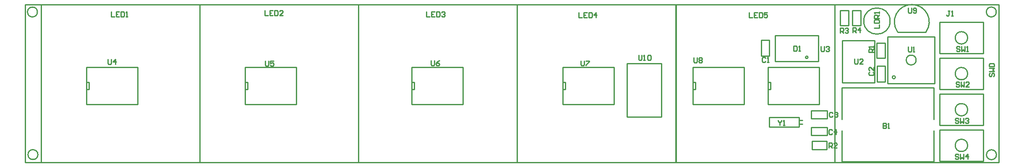
<source format=gto>
G04*
G04 #@! TF.GenerationSoftware,Altium Limited,Altium Designer,19.1.1 (5)*
G04*
G04 Layer_Color=65535*
%FSTAX24Y24*%
%MOIN*%
G70*
G01*
G75*
%ADD10C,0.0100*%
D10*
X091769Y025826D02*
G03*
X091769Y025826I-000492J0D01*
G01*
X08768Y032641D02*
G03*
X08768Y032641I-000394J0D01*
G01*
X086027Y031263D02*
G03*
X086027Y031263I-000118J0D01*
G01*
X079091Y032853D02*
G03*
X079091Y032853I-000097J0D01*
G01*
X085613Y035751D02*
G03*
X085613Y035751I-001046J0D01*
G01*
X088459Y034881D02*
G03*
X086205Y034887I-001125J000806D01*
G01*
X017923Y025089D02*
G03*
X017923Y025089I-000394J0D01*
G01*
X017884Y036476D02*
G03*
X017884Y036476I-000394J0D01*
G01*
X094055Y025079D02*
G03*
X094055Y025079I-000394J0D01*
G01*
X094045Y036476D02*
G03*
X094045Y036476I-000394J0D01*
G01*
X091769Y028676D02*
G03*
X091769Y028676I-000492J0D01*
G01*
Y031555D02*
G03*
X091769Y031555I-000492J0D01*
G01*
Y034412D02*
G03*
X091769Y034412I-000492J0D01*
G01*
X064697Y028089D02*
X067457D01*
X064697D02*
Y032379D01*
X067457D01*
Y028089D02*
Y032379D01*
X059607Y02911D02*
Y03208D01*
X063667D01*
Y02911D02*
Y03208D01*
X059607Y02911D02*
X063667D01*
X059607Y030305D02*
X059797D01*
X059672Y030875D02*
X059797D01*
Y030305D02*
Y030875D01*
X047627Y02911D02*
Y03208D01*
X051687D01*
Y02911D02*
Y03208D01*
X047627Y02911D02*
X051687D01*
X047627Y030305D02*
X047817D01*
X047692Y030875D02*
X047817D01*
Y030305D02*
Y030875D01*
X034377Y02911D02*
Y03208D01*
X038437D01*
Y02911D02*
Y03208D01*
X034377Y02911D02*
X038437D01*
X034377Y030305D02*
X034567D01*
X034442Y030875D02*
X034567D01*
Y030305D02*
Y030875D01*
X021777Y02911D02*
Y03208D01*
X025837D01*
Y02911D02*
Y03208D01*
X021777Y02911D02*
X025837D01*
X021777Y030305D02*
X021967D01*
X021842Y030875D02*
X021967D01*
Y030305D02*
Y030875D01*
X089535Y024576D02*
X093009D01*
Y027076D01*
X089535D02*
X093009D01*
X089535Y024576D02*
Y027076D01*
X085417Y03077D02*
Y034511D01*
X089157D01*
Y03077D02*
Y034511D01*
X085417Y03077D02*
X089157D01*
X069958Y02911D02*
Y03208D01*
X074018D01*
Y02911D02*
Y03208D01*
X069958Y02911D02*
X074018D01*
X069958Y030305D02*
X070148D01*
X070023Y030875D02*
X070148D01*
Y030305D02*
Y030875D01*
X081784Y024527D02*
X089078D01*
X081794Y030443D02*
X089078D01*
Y024527D02*
Y026988D01*
Y027883D02*
Y030443D01*
X081784Y024527D02*
Y026988D01*
X081794Y027903D02*
Y030443D01*
X079917Y032532D02*
Y034592D01*
X076487Y032532D02*
X079917D01*
X076487Y034592D02*
X079917D01*
X076487Y032532D02*
Y034592D01*
X079347Y026621D02*
X080617D01*
X079347D02*
Y027261D01*
X080617Y026621D02*
Y027261D01*
X079347D02*
X080617D01*
X083279Y035413D02*
Y036603D01*
X082619D02*
X083279D01*
X082619Y035413D02*
Y036603D01*
Y035413D02*
X083279D01*
X086206Y03488D02*
X08846D01*
X078371Y027541D02*
X078647D01*
X078371Y027816D02*
X078647D01*
X078351Y027285D02*
X078371D01*
Y028052D01*
X076029Y027285D02*
Y028072D01*
Y027285D02*
X078351D01*
Y028072D02*
X078371Y028052D01*
X076029Y028072D02*
X078351D01*
X068617Y024471D02*
Y03707D01*
Y024471D02*
X081216D01*
Y03707D01*
X068617D02*
X081216D01*
X081807Y034203D02*
X084366D01*
Y030837D02*
Y034203D01*
X081807Y030837D02*
X084366D01*
X081807D02*
Y034203D01*
X075927Y02911D02*
Y03208D01*
X079987D01*
Y02911D02*
Y03208D01*
X075927Y02911D02*
X079987D01*
X075927Y030305D02*
X076117D01*
X075992Y030875D02*
X076117D01*
Y030305D02*
Y030875D01*
X030787Y037065D02*
X043386D01*
Y024467D02*
Y037065D01*
X030787Y024467D02*
X043386D01*
X030787D02*
Y037065D01*
X079347Y028606D02*
X080617D01*
Y027966D02*
Y028606D01*
X079347Y027966D02*
Y028606D01*
Y027966D02*
X080617D01*
X079397Y025515D02*
Y026175D01*
X080587D01*
Y025515D02*
Y026175D01*
X079397Y025515D02*
X080587D01*
X081657Y035413D02*
X082317D01*
X081657D02*
Y036603D01*
X082317D01*
Y035413D02*
Y036603D01*
X089535Y027426D02*
Y029926D01*
X093009D01*
Y027426D02*
Y029926D01*
X089535Y027426D02*
X093009D01*
X089535Y030305D02*
Y032805D01*
X093009D01*
Y030305D02*
Y032805D01*
X089535Y030305D02*
X093009D01*
X055987Y037065D02*
X068586D01*
Y024467D02*
Y037065D01*
X055987Y024467D02*
X068586D01*
X055987D02*
Y037065D01*
X043387D02*
X055986D01*
Y024467D02*
Y037065D01*
X043387Y024467D02*
X055986D01*
X043387D02*
Y037065D01*
X018187D02*
X030786D01*
Y024467D02*
Y037065D01*
X018187Y024467D02*
X030786D01*
X018187D02*
Y037065D01*
X093019Y033162D02*
Y035662D01*
X089544Y033162D02*
X093019D01*
X089544D02*
Y035662D01*
X093019D01*
X076007Y032961D02*
Y034231D01*
X075367Y032961D02*
X076007D01*
X075367Y034231D02*
X076007D01*
X075367Y032961D02*
Y034231D01*
X084566Y030901D02*
Y032171D01*
X085206D01*
X084566Y030901D02*
X085206D01*
Y032171D01*
X084557Y032794D02*
X085217D01*
X084557D02*
Y033984D01*
X085217D01*
Y032794D02*
Y033984D01*
X0169Y024467D02*
Y037065D01*
Y024467D02*
X094262D01*
Y037065D01*
X0169D02*
X094262D01*
X06563Y033031D02*
Y032703D01*
X065695Y032637D01*
X065826D01*
X065892Y032703D01*
Y033031D01*
X066023Y032637D02*
X066154D01*
X066089D01*
Y033031D01*
X066023Y032965D01*
X066351D02*
X066417Y033031D01*
X066548D01*
X066614Y032965D01*
Y032703D01*
X066548Y032637D01*
X066417D01*
X066351Y032703D01*
Y032965D01*
X082787Y032724D02*
Y032396D01*
X082852Y03233D01*
X082983D01*
X083049Y032396D01*
Y032724D01*
X083443Y03233D02*
X08318D01*
X083443Y032592D01*
Y032658D01*
X083377Y032724D01*
X083246D01*
X08318Y032658D01*
X093542Y031592D02*
X093477Y031526D01*
Y031395D01*
X093542Y031329D01*
X093608D01*
X093674Y031395D01*
Y031526D01*
X093739Y031592D01*
X093805D01*
X09387Y031526D01*
Y031395D01*
X093805Y031329D01*
X093477Y031723D02*
X09387D01*
X093739Y031854D01*
X09387Y031985D01*
X093477D01*
Y032116D02*
X09387D01*
Y032313D01*
X093805Y032379D01*
X093542D01*
X093477Y032313D01*
Y032116D01*
X074417Y036425D02*
Y036031D01*
X074679D01*
X075073Y036425D02*
X07481D01*
Y036031D01*
X075073D01*
X07481Y036228D02*
X074941D01*
X075204Y036425D02*
Y036031D01*
X075401D01*
X075466Y036097D01*
Y036359D01*
X075401Y036425D01*
X075204D01*
X07586D02*
X075597D01*
Y036228D01*
X075729Y036294D01*
X075794D01*
X07586Y036228D01*
Y036097D01*
X075794Y036031D01*
X075663D01*
X075597Y036097D01*
X035937Y036584D02*
Y036191D01*
X036199D01*
X036593Y036584D02*
X03633D01*
Y036191D01*
X036593D01*
X03633Y036387D02*
X036461D01*
X036724Y036584D02*
Y036191D01*
X036921D01*
X036986Y036256D01*
Y036519D01*
X036921Y036584D01*
X036724D01*
X03738Y036191D02*
X037117D01*
X03738Y036453D01*
Y036519D01*
X037314Y036584D01*
X037183D01*
X037117Y036519D01*
X076707Y027836D02*
Y02777D01*
X076838Y027639D01*
X076969Y02777D01*
Y027836D01*
X076838Y027639D02*
Y027442D01*
X0771D02*
X077231D01*
X077166D01*
Y027836D01*
X0771Y02777D01*
X087039Y03679D02*
Y036462D01*
X087104Y036396D01*
X087235D01*
X087301Y036462D01*
Y03679D01*
X087432Y036462D02*
X087498Y036396D01*
X087629D01*
X087695Y036462D01*
Y036724D01*
X087629Y03679D01*
X087498D01*
X087432Y036724D01*
Y036658D01*
X087498Y036593D01*
X087695D01*
X082637Y034841D02*
Y035234D01*
X082833D01*
X082899Y035169D01*
Y035037D01*
X082833Y034972D01*
X082637D01*
X082768D02*
X082899Y034841D01*
X083227D02*
Y035234D01*
X08303Y035037D01*
X083293D01*
X081637Y034791D02*
Y035184D01*
X081833D01*
X081899Y035119D01*
Y034987D01*
X081833Y034922D01*
X081637D01*
X081768D02*
X081899Y034791D01*
X08203Y035119D02*
X082096Y035184D01*
X082227D01*
X082293Y035119D01*
Y035053D01*
X082227Y034987D01*
X082161D01*
X082227D01*
X082293Y034922D01*
Y034856D01*
X082227Y034791D01*
X082096D01*
X08203Y034856D01*
X080737Y025641D02*
Y026034D01*
X080933D01*
X080999Y025969D01*
Y025837D01*
X080933Y025772D01*
X080737D01*
X080868D02*
X080999Y025641D01*
X081393D02*
X08113D01*
X081393Y025903D01*
Y025969D01*
X081327Y026034D01*
X081196D01*
X08113Y025969D01*
X084343Y035195D02*
X084737D01*
Y035458D01*
X084343Y035589D02*
X084737D01*
Y035786D01*
X084671Y035851D01*
X084409D01*
X084343Y035786D01*
Y035589D01*
X084737Y035982D02*
X084343D01*
Y036179D01*
X084409Y036245D01*
X08454D01*
X084605Y036179D01*
Y035982D01*
Y036114D02*
X084737Y036245D01*
Y036376D02*
Y036507D01*
Y036442D01*
X084343D01*
X084409Y036376D01*
X080999Y027032D02*
X080933Y027098D01*
X080802D01*
X080737Y027032D01*
Y02677D01*
X080802Y026704D01*
X080933D01*
X080999Y02677D01*
X081327Y026704D02*
Y027098D01*
X08113Y026901D01*
X081393D01*
X08105Y028414D02*
X080984Y028479D01*
X080853D01*
X080787Y028414D01*
Y028151D01*
X080853Y028086D01*
X080984D01*
X08105Y028151D01*
X081181Y028414D02*
X081247Y028479D01*
X081378D01*
X081443Y028414D01*
Y028348D01*
X081378Y028283D01*
X081312D01*
X081378D01*
X081443Y028217D01*
Y028151D01*
X081378Y028086D01*
X081247D01*
X081181Y028151D01*
X090338Y036573D02*
X090207D01*
X090273D01*
Y036245D01*
X090207Y03618D01*
X090142D01*
X090076Y036245D01*
X09047Y03618D02*
X090601D01*
X090535D01*
Y036573D01*
X09047Y036508D01*
X077957Y033775D02*
Y033382D01*
X078153D01*
X078219Y033447D01*
Y03371D01*
X078153Y033775D01*
X077957D01*
X07835Y033382D02*
X078481D01*
X078416D01*
Y033775D01*
X07835Y03371D01*
X083988Y031682D02*
X083923Y031616D01*
Y031485D01*
X083988Y031419D01*
X084251D01*
X084316Y031485D01*
Y031616D01*
X084251Y031682D01*
X084316Y032075D02*
Y031813D01*
X084054Y032075D01*
X083988D01*
X083923Y03201D01*
Y031879D01*
X083988Y031813D01*
X075713Y032789D02*
X075647Y032854D01*
X075516D01*
X07545Y032789D01*
Y032526D01*
X075516Y032461D01*
X075647D01*
X075713Y032526D01*
X075844Y032461D02*
X075975D01*
X07591D01*
Y032854D01*
X075844Y032789D01*
X085037Y027584D02*
Y027191D01*
X085233D01*
X085299Y027256D01*
Y027322D01*
X085233Y027387D01*
X085037D01*
X085233D01*
X085299Y027453D01*
Y027519D01*
X085233Y027584D01*
X085037D01*
X08543Y027191D02*
X085561D01*
X085496D01*
Y027584D01*
X08543Y027519D01*
X07001Y032824D02*
Y032496D01*
X070076Y03243D01*
X070207D01*
X070272Y032496D01*
Y032824D01*
X070404Y032758D02*
X070469Y032824D01*
X0706D01*
X070666Y032758D01*
Y032692D01*
X0706Y032627D01*
X070666Y032561D01*
Y032496D01*
X0706Y03243D01*
X070469D01*
X070404Y032496D01*
Y032561D01*
X070469Y032627D01*
X070404Y032692D01*
Y032758D01*
X070469Y032627D02*
X0706D01*
X06105Y03258D02*
Y032252D01*
X061115Y032186D01*
X061246D01*
X061312Y032252D01*
Y03258D01*
X061443D02*
X061706D01*
Y032514D01*
X061443Y032252D01*
Y032186D01*
X049143Y032596D02*
Y032268D01*
X049208Y032202D01*
X049339D01*
X049405Y032268D01*
Y032596D01*
X049799D02*
X049667Y03253D01*
X049536Y032399D01*
Y032268D01*
X049602Y032202D01*
X049733D01*
X049799Y032268D01*
Y032333D01*
X049733Y032399D01*
X049536D01*
X035979Y032565D02*
Y032237D01*
X036045Y032172D01*
X036176D01*
X036241Y032237D01*
Y032565D01*
X036635D02*
X036373D01*
Y032369D01*
X036504Y032434D01*
X036569D01*
X036635Y032369D01*
Y032237D01*
X036569Y032172D01*
X036438D01*
X036373Y032237D01*
X023477Y032705D02*
Y032377D01*
X023543Y032311D01*
X023674D01*
X023739Y032377D01*
Y032705D01*
X024067Y032311D02*
Y032705D01*
X023871Y032508D01*
X024133D01*
X080108Y033735D02*
Y033407D01*
X080173Y033341D01*
X080305D01*
X08037Y033407D01*
Y033735D01*
X080501Y033669D02*
X080567Y033735D01*
X080698D01*
X080764Y033669D01*
Y033603D01*
X080698Y033538D01*
X080633D01*
X080698D01*
X080764Y033472D01*
Y033407D01*
X080698Y033341D01*
X080567D01*
X080501Y033407D01*
X087037Y033687D02*
Y033359D01*
X087102Y033294D01*
X087233D01*
X087299Y033359D01*
Y033687D01*
X08743Y033294D02*
X087561D01*
X087496D01*
Y033687D01*
X08743Y033622D01*
X091049Y025069D02*
X090983Y025134D01*
X090852D01*
X090787Y025069D01*
Y025003D01*
X090852Y024937D01*
X090983D01*
X091049Y024872D01*
Y024806D01*
X090983Y024741D01*
X090852D01*
X090787Y024806D01*
X09118Y025134D02*
Y024741D01*
X091311Y024872D01*
X091443Y024741D01*
Y025134D01*
X091771Y024741D02*
Y025134D01*
X091574Y024937D01*
X091836D01*
X091049Y027919D02*
X090983Y027984D01*
X090852D01*
X090787Y027919D01*
Y027853D01*
X090852Y027787D01*
X090983D01*
X091049Y027722D01*
Y027656D01*
X090983Y027591D01*
X090852D01*
X090787Y027656D01*
X09118Y027984D02*
Y027591D01*
X091311Y027722D01*
X091443Y027591D01*
Y027984D01*
X091574Y027919D02*
X091639Y027984D01*
X091771D01*
X091836Y027919D01*
Y027853D01*
X091771Y027787D01*
X091705D01*
X091771D01*
X091836Y027722D01*
Y027656D01*
X091771Y027591D01*
X091639D01*
X091574Y027656D01*
X091099Y030819D02*
X091033Y030884D01*
X090902D01*
X090837Y030819D01*
Y030753D01*
X090902Y030687D01*
X091033D01*
X091099Y030622D01*
Y030556D01*
X091033Y030491D01*
X090902D01*
X090837Y030556D01*
X09123Y030884D02*
Y030491D01*
X091361Y030622D01*
X091493Y030491D01*
Y030884D01*
X091886Y030491D02*
X091624D01*
X091886Y030753D01*
Y030819D01*
X091821Y030884D01*
X091689D01*
X091624Y030819D01*
X091154Y033658D02*
X091088Y033723D01*
X090957D01*
X090891Y033658D01*
Y033592D01*
X090957Y033526D01*
X091088D01*
X091154Y033461D01*
Y033395D01*
X091088Y03333D01*
X090957D01*
X090891Y033395D01*
X091285Y033723D02*
Y03333D01*
X091416Y033461D01*
X091547Y03333D01*
Y033723D01*
X091678Y03333D02*
X09181D01*
X091744D01*
Y033723D01*
X091678Y033658D01*
X084316Y033255D02*
X083923D01*
Y033451D01*
X083988Y033517D01*
X084119D01*
X084185Y033451D01*
Y033255D01*
Y033386D02*
X084316Y033517D01*
Y033648D02*
Y033779D01*
Y033714D01*
X083923D01*
X083988Y033648D01*
X060886Y036434D02*
Y036041D01*
X061148D01*
X061542Y036434D02*
X061279D01*
Y036041D01*
X061542D01*
X061279Y036237D02*
X06141D01*
X061673Y036434D02*
Y036041D01*
X06187D01*
X061935Y036106D01*
Y036369D01*
X06187Y036434D01*
X061673D01*
X062263Y036041D02*
Y036434D01*
X062066Y036237D01*
X062329D01*
X048787Y036484D02*
Y036091D01*
X049049D01*
X049443Y036484D02*
X04918D01*
Y036091D01*
X049443D01*
X04918Y036287D02*
X049311D01*
X049574Y036484D02*
Y036091D01*
X049771D01*
X049836Y036156D01*
Y036419D01*
X049771Y036484D01*
X049574D01*
X049967Y036419D02*
X050033Y036484D01*
X050164D01*
X05023Y036419D01*
Y036353D01*
X050164Y036287D01*
X050099D01*
X050164D01*
X05023Y036222D01*
Y036156D01*
X050164Y036091D01*
X050033D01*
X049967Y036156D01*
X023737Y036484D02*
Y036091D01*
X023999D01*
X024393Y036484D02*
X02413D01*
Y036091D01*
X024393D01*
X02413Y036287D02*
X024261D01*
X024524Y036484D02*
Y036091D01*
X024721D01*
X024786Y036156D01*
Y036419D01*
X024721Y036484D01*
X024524D01*
X024917Y036091D02*
X025049D01*
X024983D01*
Y036484D01*
X024917Y036419D01*
M02*

</source>
